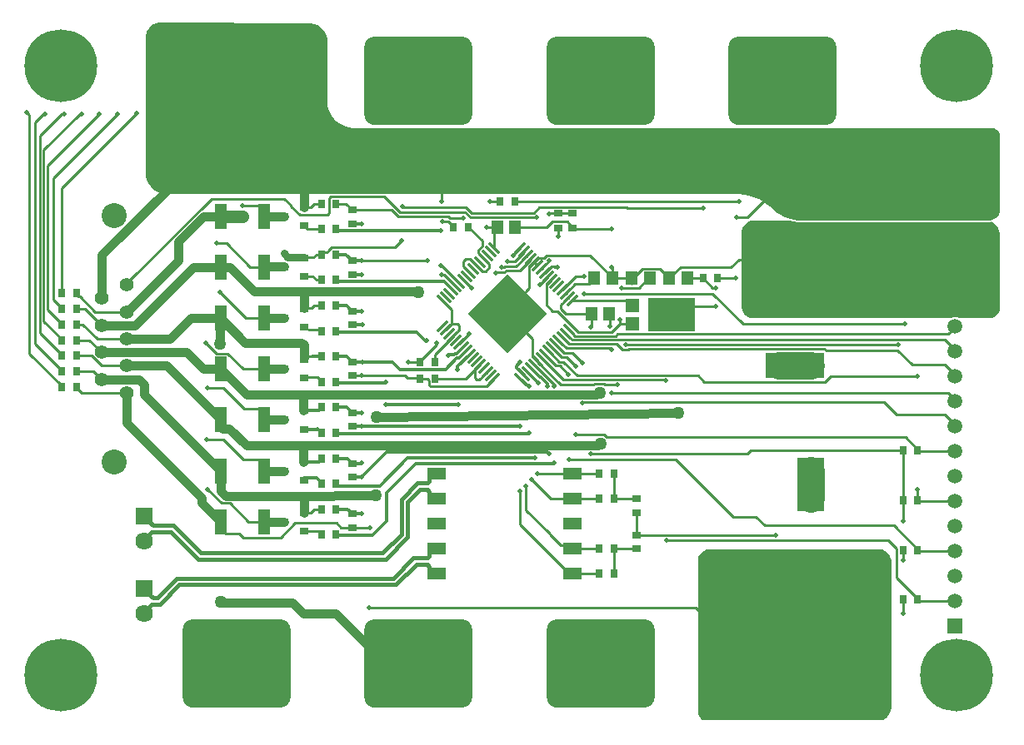
<source format=gtl>
G04*
G04 #@! TF.GenerationSoftware,Altium Limited,Altium Designer,20.0.11 (256)*
G04*
G04 Layer_Physical_Order=1*
G04 Layer_Color=255*
%FSLAX25Y25*%
%MOIN*%
G70*
G01*
G75*
%ADD10C,0.01000*%
%ADD17R,0.55118X0.27559*%
%ADD18R,0.07441X0.05000*%
%ADD19R,0.02756X0.03543*%
%ADD20R,0.03543X0.03150*%
%ADD21R,0.11024X0.10236*%
%ADD22R,0.04724X0.05512*%
%ADD23R,0.10236X0.11024*%
%ADD24R,0.03543X0.03150*%
G04:AMPARAMS|DCode=25|XSize=10.63mil|YSize=57.53mil|CornerRadius=0mil|HoleSize=0mil|Usage=FLASHONLY|Rotation=225.000|XOffset=0mil|YOffset=0mil|HoleType=Round|Shape=Rectangle|*
%AMROTATEDRECTD25*
4,1,4,-0.01658,0.02410,0.02410,-0.01658,0.01658,-0.02410,-0.02410,0.01658,-0.01658,0.02410,0.0*
%
%ADD25ROTATEDRECTD25*%

G04:AMPARAMS|DCode=26|XSize=10.63mil|YSize=57.53mil|CornerRadius=0mil|HoleSize=0mil|Usage=FLASHONLY|Rotation=135.000|XOffset=0mil|YOffset=0mil|HoleType=Round|Shape=Rectangle|*
%AMROTATEDRECTD26*
4,1,4,0.02410,0.01658,-0.01658,-0.02410,-0.02410,-0.01658,0.01658,0.02410,0.02410,0.01658,0.0*
%
%ADD26ROTATEDRECTD26*%

%ADD28R,0.03543X0.02756*%
%ADD29R,0.05472X0.05512*%
%ADD30R,0.19134X0.13228*%
%ADD31R,0.04724X0.10236*%
%ADD40P,0.31959X4X360.0*%
%ADD54C,0.03500*%
%ADD55C,0.01200*%
%ADD56C,0.01500*%
%ADD57C,0.03000*%
%ADD58C,0.03563*%
%ADD59C,0.05000*%
%ADD60C,0.11000*%
%ADD61C,0.29134*%
%ADD62C,0.05906*%
%ADD63R,0.05906X0.05906*%
%ADD64C,0.10000*%
%ADD65C,0.05500*%
%ADD66C,0.07047*%
%ADD67R,0.07047X0.07047*%
G04:AMPARAMS|DCode=68|XSize=354.33mil|YSize=433.07mil|CornerRadius=44.29mil|HoleSize=0mil|Usage=FLASHONLY|Rotation=270.000|XOffset=0mil|YOffset=0mil|HoleType=Round|Shape=RoundedRectangle|*
%AMROUNDEDRECTD68*
21,1,0.35433,0.34449,0,0,270.0*
21,1,0.26575,0.43307,0,0,270.0*
1,1,0.08858,-0.17224,-0.13287*
1,1,0.08858,-0.17224,0.13287*
1,1,0.08858,0.17224,0.13287*
1,1,0.08858,0.17224,-0.13287*
%
%ADD68ROUNDEDRECTD68*%
%ADD69C,0.01987*%
%ADD70C,0.05000*%
G36*
X39698Y261223D02*
X99253Y261112D01*
X99253Y261112D01*
X99253Y261112D01*
X99968Y261111D01*
X101371Y260830D01*
X102691Y260280D01*
X103880Y259484D01*
X104891Y258472D01*
X105684Y257282D01*
X106231Y255960D01*
X106510Y254557D01*
X106510Y253842D01*
X106510Y230090D01*
X106533Y229373D01*
X106721Y227952D01*
X107092Y226567D01*
X107640Y225242D01*
X108357Y224000D01*
X109230Y222863D01*
X110244Y221849D01*
X111381Y220976D01*
X112623Y220259D01*
X113948Y219711D01*
X115333Y219339D01*
X116754Y219152D01*
X117471Y219129D01*
X372321Y219129D01*
X372321Y219129D01*
X372321Y219129D01*
X372322D01*
X372784Y219103D01*
X373312Y218998D01*
X373931Y218742D01*
X374488Y218370D01*
X374961Y217897D01*
X375333Y217340D01*
X375589Y216721D01*
X375720Y216065D01*
X375720Y215730D01*
X375720Y186550D01*
X375720Y186550D01*
X375720Y186120D01*
X375552Y185276D01*
X375223Y184481D01*
X374745Y183766D01*
X374136Y183157D01*
X373421Y182679D01*
X372626Y182350D01*
X371782Y182182D01*
X371352Y182182D01*
X295487Y182182D01*
X294762D01*
X293318Y182325D01*
X291895Y182608D01*
X290506Y183029D01*
X289165Y183584D01*
X287886Y184268D01*
X286679Y185074D01*
X285557Y185995D01*
X285044Y186508D01*
X285044Y186508D01*
X284304Y187213D01*
X282724Y188510D01*
X281024Y189645D01*
X279221Y190609D01*
X277333Y191391D01*
X275377Y191985D01*
X273372Y192383D01*
X271338Y192584D01*
X270315Y192609D01*
X130043Y192609D01*
X129806Y192767D01*
X129377Y192852D01*
X129377Y192852D01*
X108051D01*
X107622Y192767D01*
X107385Y192609D01*
X42361Y192609D01*
X42361Y192609D01*
X41549Y192609D01*
X39957Y192926D01*
X38457Y193547D01*
X37108Y194449D01*
X35960Y195597D01*
X35058Y196946D01*
X34437Y198446D01*
X34120Y200038D01*
X34120Y200850D01*
X34120Y255184D01*
X34120Y255655D01*
X34120Y255655D01*
X34120Y255655D01*
X34120Y255655D01*
X34120Y256204D01*
X34334Y257281D01*
X34755Y258295D01*
X35366Y259208D01*
X36143Y259984D01*
X37056Y260593D01*
X38072Y261011D01*
X39149Y261224D01*
X39698Y261223D01*
D02*
G37*
G36*
X277390Y182182D02*
X291060Y182182D01*
X291706Y181986D01*
X291740Y181990D01*
X291768Y181971D01*
X293191Y181688D01*
X293224Y181694D01*
X293254Y181678D01*
X294698Y181536D01*
X294731Y181546D01*
X294762Y181533D01*
X295487D01*
X371352Y181533D01*
X371782Y181533D01*
X371844Y181558D01*
X371909Y181545D01*
X372347Y181632D01*
X372631Y181515D01*
X373592Y180874D01*
X374411Y180057D01*
X375055Y179097D01*
X375499Y178030D01*
X375726Y176896D01*
X375728Y176318D01*
X375792Y147398D01*
X375792Y147398D01*
X375793Y146965D01*
X375626Y146115D01*
X375296Y145315D01*
X374816Y144594D01*
X374205Y143981D01*
X373485Y143500D01*
X372685Y143168D01*
X371836Y142999D01*
X371403Y142999D01*
X359278D01*
X358695Y143240D01*
X357768Y143362D01*
X356840Y143240D01*
X356258Y142999D01*
X277114Y142999D01*
Y142999D01*
X276654Y142999D01*
X275751Y143178D01*
X274900Y143531D01*
X274134Y144042D01*
X273483Y144693D01*
X272972Y145459D01*
X272620Y146310D01*
X272440Y147213D01*
Y147673D01*
X272440Y177232D01*
X272440D01*
X272440Y177232D01*
X272440Y177720D01*
X272630Y178676D01*
X273003Y179577D01*
X273545Y180388D01*
X274234Y181077D01*
X275045Y181619D01*
X275946Y181992D01*
X276902Y182182D01*
X277390Y182182D01*
D02*
G37*
G36*
X328630Y50228D02*
X329547Y49849D01*
X330373Y49297D01*
X331075Y48595D01*
X331626Y47770D01*
X332006Y46853D01*
X332200Y45879D01*
X332200Y45383D01*
X332200Y-12420D01*
X332200Y-12420D01*
Y-13058D01*
X331951Y-14310D01*
X331463Y-15488D01*
X330754Y-16549D01*
X329852Y-17452D01*
X328903Y-18085D01*
X256997Y-18085D01*
X256619Y-17833D01*
X255955Y-17168D01*
X255433Y-16387D01*
X255073Y-15519D01*
X254890Y-14597D01*
X254890Y-14128D01*
X254890Y45606D01*
X254890Y45606D01*
X254890Y45606D01*
X254890Y46080D01*
X255075Y47008D01*
X255437Y47882D01*
X255963Y48669D01*
X256632Y49339D01*
X257419Y49865D01*
X258293Y50227D01*
X259222Y50412D01*
X259695Y50412D01*
X327160Y50422D01*
X327160Y50422D01*
X327160Y50422D01*
X327656Y50422D01*
X328630Y50228D01*
D02*
G37*
D10*
X221374Y50633D02*
X230480D01*
X221368Y50639D02*
X221374Y50633D01*
X334397Y39051D02*
X342780Y30668D01*
X334397Y39051D02*
Y50702D01*
X331053Y54046D02*
X334397Y50702D01*
X336862Y45941D02*
Y50087D01*
X336874Y50099D01*
X336850Y45929D02*
X336862Y45941D01*
X286085Y56145D02*
X286090Y56140D01*
X242361Y54046D02*
X331053D01*
X230480Y56145D02*
X286085D01*
X241586Y118372D02*
X242050Y117909D01*
Y117879D02*
Y117909D01*
X200890Y118372D02*
X241586D01*
X254958Y119972D02*
X257398Y117532D01*
X206671Y119972D02*
X254958D01*
X201141Y125502D02*
X206671Y119972D01*
X354977Y113069D02*
X358268Y109779D01*
X208790Y109162D02*
X208960Y109333D01*
X220223Y113069D02*
X354977D01*
X329467Y109333D02*
X334390Y104409D01*
X208960Y109333D02*
X329467D01*
X257398Y117532D02*
X305686D01*
X217241Y116772D02*
X217735Y116279D01*
X213639Y116772D02*
X217241D01*
X213145Y116279D02*
X213639Y116772D01*
X217735Y116279D02*
X222667D01*
X209504Y152789D02*
X260813D01*
X272942Y140660D02*
X337820D01*
X260813Y152789D02*
X272942Y140660D01*
X209377Y159579D02*
X209420Y159622D01*
X200533Y154248D02*
X200578D01*
X202487Y156158D02*
X202488D01*
X205909Y159579D01*
X209377D01*
X200578Y154248D02*
X202487Y156158D01*
X209460Y152832D02*
X209504Y152789D01*
X355057Y136568D02*
X358268Y139779D01*
X222831Y136568D02*
X355057D01*
X167441Y118372D02*
X170606Y121537D01*
X166430Y118372D02*
X167441D01*
X167823Y124277D02*
Y124321D01*
X165705Y122159D02*
X167823Y124277D01*
X165705Y119098D02*
Y122159D01*
Y119098D02*
X166430Y118372D01*
X149670Y118632D02*
X162134D01*
X167823Y124321D01*
X147192Y116405D02*
X147836Y115761D01*
X170353D01*
X147192Y116405D02*
Y118047D01*
X146606Y118632D02*
X147192Y118047D01*
X170353Y115761D02*
X173346Y118753D01*
X143764Y118632D02*
X146606D01*
X173346Y118753D02*
X173390D01*
X152511Y150072D02*
X156367Y146216D01*
Y140660D02*
Y146216D01*
X153903Y138241D02*
X153948D01*
X156367Y140660D01*
X158829D02*
X159471Y140019D01*
X156367Y140660D02*
X158829D01*
X156687Y135457D02*
Y135457D01*
X159471Y138241D01*
Y140019D01*
Y132673D02*
Y132701D01*
X163320Y136550D01*
Y136579D01*
X150360Y132785D02*
X150390Y132815D01*
Y133029D01*
X143764Y125452D02*
Y125846D01*
X150360Y132442D01*
Y132785D01*
X149670Y125452D02*
Y128440D01*
X156687Y135457D01*
X143718Y125499D02*
X143764Y125452D01*
X139090Y125499D02*
X143718D01*
X143518Y118879D02*
X143764Y118632D01*
X138800Y118879D02*
X143518D01*
X120416Y119916D02*
X137763D01*
X138800Y118879D01*
X116540Y119936D02*
X116560Y119916D01*
X120416D01*
X63994Y58693D02*
Y61449D01*
Y58693D02*
X65856Y56831D01*
X71238D01*
X72980Y55089D01*
X87900D01*
X93717Y60905D01*
X110238D01*
X112107Y59036D01*
X116540D02*
X123524D01*
X123650Y59162D01*
X221368Y50639D02*
X221368Y50639D01*
X221368Y40639D02*
Y50639D01*
X230310Y56315D02*
Y65099D01*
Y56315D02*
X230480Y56145D01*
X221308Y70782D02*
X230138D01*
X230310Y70611D01*
X221338Y80609D02*
X221368Y80639D01*
X221338Y70812D02*
Y80609D01*
X221308Y70782D02*
X221338Y70812D01*
X204651Y80639D02*
X204651Y80639D01*
X204586Y80574D02*
X204651Y80639D01*
X204651Y80639D02*
X215462D01*
X204651Y70639D02*
X204795Y70782D01*
X204623Y70611D02*
X204651Y70639D01*
X204795Y70782D02*
X215402D01*
X204651Y50639D02*
X215462D01*
X204651Y50639D02*
X204651Y50639D01*
Y40639D02*
X215462D01*
X204651Y40639D02*
X204651Y40639D01*
X183825Y60245D02*
X203431Y40639D01*
X183825Y60245D02*
Y73694D01*
X196022Y56145D02*
X196022D01*
X203140Y52150D02*
X204651Y50639D01*
X196022Y56145D02*
X200017Y52150D01*
X203140D01*
X195260Y56907D02*
X196022Y56145D01*
X186005Y66162D02*
Y75874D01*
X195260Y56907D02*
Y56907D01*
X186005Y66162D02*
X195260Y56907D01*
X203431Y40639D02*
X204651D01*
X196022Y70611D02*
X204623D01*
X188382Y78251D02*
X196022Y70611D01*
X190705Y80574D02*
X204586D01*
X183785Y170951D02*
X183830D01*
X180990Y168156D02*
X183785Y170951D01*
X180990Y168029D02*
Y168156D01*
X185222Y169300D02*
Y169559D01*
X181551Y165629D02*
X185222Y169300D01*
X178580Y165793D02*
X178744Y165629D01*
X181551D01*
X188006Y166421D02*
Y166776D01*
X183684Y162099D02*
X188006Y166421D01*
X178322Y162099D02*
X183684D01*
X177468Y161245D02*
X178322Y162099D01*
X174206Y161245D02*
X177468D01*
X174110Y161149D02*
X174206Y161245D01*
X182146Y163699D02*
X186614Y168167D01*
X177659Y163699D02*
X182146D01*
X177488Y163528D02*
X177659Y163699D01*
X176469Y163528D02*
X177488D01*
X176280Y163339D02*
X176469Y163528D01*
X178610Y146115D02*
X187418Y154923D01*
X189398Y165339D02*
Y165384D01*
X187418Y163359D02*
X189398Y165339D01*
X187418Y154923D02*
Y163359D01*
X178610Y144852D02*
Y146115D01*
X220513Y159296D02*
Y163369D01*
Y158902D02*
Y159296D01*
X189398Y165384D02*
X191056Y167042D01*
X194226Y168026D02*
X211783D01*
X220513Y159296D01*
X198391Y163479D02*
X198580Y163290D01*
X197586Y163479D02*
X198391D01*
X197226Y163839D02*
X197586Y163479D01*
X191056Y167042D02*
X193242D01*
X194226Y168026D01*
X245952Y86478D02*
X269070Y63360D01*
X203361Y86478D02*
X245952D01*
X190789Y125512D02*
X200023Y116279D01*
X192181Y127081D02*
X200890Y118372D01*
X200023Y116279D02*
X213145D01*
X198593Y145748D02*
X204709Y139633D01*
X196826Y145748D02*
X198593D01*
X202070Y144692D02*
X212347D01*
X200100Y146662D02*
X202070Y144692D01*
X196357Y158379D02*
Y158424D01*
X194239Y156261D02*
X196357Y158379D01*
X194239Y148335D02*
Y156261D01*
Y148335D02*
X196826Y145748D01*
X191540Y156382D02*
X194965Y159808D01*
X270220Y183359D02*
X274754D01*
X289169Y197774D01*
X262836Y158902D02*
X270118D01*
X108051Y191731D02*
X129377D01*
X107465Y185210D02*
Y191145D01*
X108051Y191731D01*
X129377D02*
X135643Y185465D01*
X104257Y168462D02*
Y168570D01*
X105135Y169448D01*
X106542D02*
X107127Y170034D01*
Y170132D02*
X108329Y171334D01*
X105135Y169448D02*
X106542D01*
X107127Y170034D02*
Y170132D01*
X102295Y168462D02*
X104257D01*
X108329Y171334D02*
X133745D01*
X136430Y174019D01*
X134980Y183865D02*
X154867D01*
X161784Y185465D02*
X163980Y183269D01*
X116540Y186348D02*
X132497D01*
X135643Y185465D02*
X161784D01*
X154867Y183865D02*
X155740Y182992D01*
X132497Y186348D02*
X134980Y183865D01*
X136510Y187559D02*
X136539Y187529D01*
X161983D02*
X164302Y185210D01*
X136539Y187529D02*
X161983D01*
X164302Y185210D02*
X189180D01*
X155740Y182992D02*
X161102D01*
X163980Y183269D02*
X190200D01*
X226476Y187493D02*
X226760Y187209D01*
X256880D01*
X191463Y187493D02*
X226476D01*
X189180Y185210D02*
X191463Y187493D01*
X181563Y189869D02*
X271180D01*
X336874Y24821D02*
Y30274D01*
Y61652D02*
Y70099D01*
X333371Y59902D02*
X342780Y50493D01*
X336874Y70099D02*
Y90099D01*
X336817Y90156D02*
X336874Y90099D01*
X276097Y90156D02*
X336817D01*
X342780Y90099D02*
Y90493D01*
X337874Y95399D02*
X342780Y90493D01*
X218415Y95399D02*
X337874D01*
X342780Y70099D02*
Y74538D01*
X307902Y119749D02*
X342780D01*
X353621Y134426D02*
X358268Y129779D01*
X225273Y134426D02*
X353621D01*
X353637Y124409D02*
X358268Y119779D01*
X340505Y124409D02*
X353637D01*
Y104409D02*
X358268Y99779D01*
X342780Y30274D02*
Y30668D01*
Y50099D02*
Y50493D01*
X281621Y59902D02*
X333371D01*
X343275Y29779D02*
X358268D01*
X343100Y89779D02*
X358268D01*
X342780Y90099D02*
X343100Y89779D01*
Y69779D02*
X358268D01*
X342780Y70099D02*
X343100Y69779D01*
Y49779D02*
X358268D01*
X342780Y50099D02*
X343100Y49779D01*
X342780Y30274D02*
X343275Y29779D01*
X152360Y189799D02*
Y195789D01*
X152130Y196019D02*
X152360Y195789D01*
X157137Y179332D02*
Y179726D01*
X156259Y180604D02*
X157137Y179726D01*
X155866Y180604D02*
X156259D01*
X154882Y181588D02*
X155866Y180604D01*
X152511Y181588D02*
X154882D01*
X26291Y156970D02*
X60188Y190867D01*
X89502D02*
X92100Y188269D01*
X60188Y190867D02*
X89502D01*
X81317Y183789D02*
Y186189D01*
X72750Y188052D02*
X79455D01*
X81317Y186189D01*
X92100Y187760D02*
Y188269D01*
X95605Y184255D02*
X106510D01*
X92100Y187760D02*
X95605Y184255D01*
X106510D02*
X107465Y185210D01*
X101363Y188859D02*
X104257D01*
X97233Y187529D02*
X100033D01*
X101363Y188859D01*
X26291Y156294D02*
Y156970D01*
X75010Y61449D02*
X81317D01*
X58570Y74519D02*
X64187Y68902D01*
X67557D01*
X75010Y61449D01*
X81317Y81839D02*
Y84595D01*
X79455Y86457D02*
X81317Y84595D01*
X73070Y86457D02*
X79455D01*
X65003Y94525D02*
X73070Y86457D01*
X58351Y94525D02*
X65003D01*
X81317Y102229D02*
Y104985D01*
Y101789D02*
Y102229D01*
X79455Y106847D02*
X81317Y104985D01*
X73362Y106847D02*
X79455D01*
X65000Y115209D02*
X73362Y106847D01*
X58640Y115209D02*
X65000D01*
X73030Y122619D02*
X81317D01*
X62292Y128837D02*
X66812D01*
X58050Y133079D02*
X62292Y128837D01*
X66812D02*
X73030Y122619D01*
X73893Y143009D02*
X81317D01*
X63615Y153288D02*
X73893Y143009D01*
X75786Y163399D02*
X81317D01*
X66196Y172989D02*
X75786Y163399D01*
X62260Y172989D02*
X66196D01*
X-12580Y128846D02*
Y224269D01*
X-13530Y225219D02*
X-12580Y224269D01*
X344Y115528D02*
Y115922D01*
X-12580Y128846D02*
X344Y115922D01*
X-6840Y224799D02*
X-6350D01*
X-10180Y221459D02*
X-6840Y224799D01*
X344Y121755D02*
Y122149D01*
X-10180Y132673D02*
X344Y122149D01*
X-10180Y132673D02*
Y221459D01*
X363Y224780D02*
X1185D01*
X344Y224799D02*
X363Y224780D01*
X-8440Y137160D02*
Y216014D01*
X344Y224799D01*
X-6840Y141787D02*
X344Y134603D01*
X-6840Y210427D02*
X7522Y224789D01*
X-6840Y141787D02*
Y210427D01*
X344Y127982D02*
Y128376D01*
X-8440Y137160D02*
X344Y128376D01*
X8212Y224789D02*
X8222Y224799D01*
X7522Y224789D02*
X8212D01*
X-5210Y146384D02*
Y204149D01*
X15440Y224799D01*
X344Y134209D02*
Y134603D01*
X-5210Y146384D02*
X344Y140830D01*
X-2990Y150391D02*
Y199099D01*
Y150391D02*
X344Y147056D01*
Y146663D02*
Y147056D01*
Y140436D02*
Y140830D01*
X-2990Y199099D02*
X22700Y224789D01*
X344Y152890D02*
Y195103D01*
X30280Y225039D01*
X7128Y151618D02*
X7522D01*
X6250Y152496D02*
X7128Y151618D01*
X8763Y140436D02*
X14530Y134669D01*
X6250Y140436D02*
X8763D01*
X14530Y134669D02*
X26241D01*
X6250Y146663D02*
X9741D01*
X16291Y140113D01*
X6250Y152496D02*
Y152890D01*
X7522Y151618D02*
X13633Y145506D01*
X26291D01*
X26241Y134669D02*
X26291Y134719D01*
X11407Y134209D02*
X16291Y129325D01*
X6250Y134209D02*
X11407D01*
X6250Y127982D02*
X12189D01*
X16240Y123932D01*
X26291D01*
X6250Y121755D02*
X13073D01*
X16291Y118538D01*
X8240Y113144D02*
X26291D01*
X6250Y115135D02*
X8240Y113144D01*
X6250Y115135D02*
Y115528D01*
X114029Y188859D02*
X116540Y186348D01*
X171670Y189799D02*
X171740Y189869D01*
X175657D01*
X215845Y92877D02*
X216322Y93353D01*
X334390Y104409D02*
X353637D01*
X226140Y132332D02*
X334813D01*
X334854Y132292D01*
X225075Y134229D02*
X225273Y134426D01*
X305686Y117532D02*
X307902Y119749D01*
X97233Y167320D02*
X101153D01*
X97125Y71752D02*
X97233Y71645D01*
Y57709D02*
X103217D01*
X104257Y56669D01*
Y56275D02*
Y56669D01*
X101363Y66474D02*
X104257D01*
X97233Y65189D02*
X100078D01*
X101363Y66474D01*
X81317Y81839D02*
X81317Y81839D01*
X97233Y119421D02*
X102699D01*
X104257Y117862D01*
Y117468D02*
Y117862D01*
X97233Y126901D02*
X97998Y127667D01*
X100668D01*
X101363Y148064D02*
X104257D01*
X100409Y147110D02*
X101363Y148064D01*
X97233Y147110D02*
X100409D01*
X97085Y153552D02*
X97233Y153405D01*
X102406Y158263D02*
X104257D01*
X97233Y159840D02*
X100829D01*
X102406Y158263D01*
X81317Y163399D02*
X81497Y163580D01*
X101153Y167320D02*
X102295Y168462D01*
X112107Y59036D02*
X116540D01*
X99097Y138290D02*
X103833D01*
X104257Y137865D01*
X98671Y178661D02*
X104257D01*
X97282Y180049D02*
X98671Y178661D01*
X97085Y180049D02*
X97282D01*
X274174Y166432D02*
X274235Y166492D01*
X271180Y166432D02*
X274174D01*
X253982Y27172D02*
X257055Y24099D01*
X123370Y27172D02*
X253982D01*
X268010Y163262D02*
X271180Y166432D01*
X247839Y163262D02*
X268010D01*
X163141Y179332D02*
X168554Y173920D01*
X167097Y168893D02*
X169214Y166776D01*
X167097Y168893D02*
Y170281D01*
X171332Y163270D02*
Y164658D01*
X169214Y166776D02*
X171332Y164658D01*
X168548Y161874D02*
X169936D01*
X166430Y163992D02*
X168548Y161874D01*
X163560Y166862D02*
X166430Y163992D01*
X162100Y166862D02*
X163560D01*
X161072Y165834D02*
X162100Y166862D01*
X161072Y163782D02*
Y165834D01*
Y163782D02*
X163647Y161208D01*
X169936Y161874D02*
X171332Y163270D01*
X163043Y179332D02*
X163141D01*
X168554Y171738D02*
Y173920D01*
X167097Y170281D02*
X168554Y171738D01*
X212050Y88642D02*
X274583D01*
X217337Y96477D02*
X218415Y95399D01*
X214354Y96477D02*
X217337D01*
X214106Y96228D02*
X214354Y96477D01*
X206074Y96228D02*
X214106D01*
X204765Y179026D02*
X205190Y178602D01*
X220370D01*
Y163512D02*
X220513Y163369D01*
X206913Y137429D02*
X220407D01*
X219790Y139772D02*
Y144336D01*
X219610Y139592D02*
X219790Y139772D01*
X220407Y137429D02*
X223610Y140631D01*
Y140660D01*
X222091Y135829D02*
X222831Y136568D01*
X204545Y134229D02*
X225075D01*
X222245Y132629D02*
X224635Y130239D01*
X203361Y132629D02*
X222245D01*
X220350Y130312D02*
Y130661D01*
X219982Y131029D02*
X220350Y130661D01*
X219433Y144692D02*
X219790Y144336D01*
X190789Y125512D02*
Y125713D01*
X243479Y158902D02*
X247839Y163262D01*
X244260Y144282D02*
X247810Y147832D01*
X261930D01*
X260690Y155142D02*
X261930D01*
X256930Y158902D02*
X260690Y155142D01*
X198850Y175592D02*
Y179110D01*
X195500Y165918D02*
Y165932D01*
X202635Y181588D02*
X204765Y179457D01*
X196623Y181588D02*
X202635D01*
X195490Y184862D02*
X195643Y185015D01*
X178610Y144852D02*
X188672Y134791D01*
Y128307D02*
Y134791D01*
Y128307D02*
X190789Y126190D01*
Y125713D02*
Y126190D01*
X189398Y165384D02*
X190789Y163992D01*
X193573Y161208D02*
X196204Y163839D01*
X197226D01*
X192181Y162600D02*
X195500Y165918D01*
X195643Y185015D02*
X198850D01*
X204682D02*
X204765Y184932D01*
X198850Y185015D02*
X204682D01*
X204765Y179026D02*
Y179457D01*
X194288Y179252D02*
X196623Y181588D01*
X181833Y179252D02*
X194288D01*
X205860Y96442D02*
X206074Y96228D01*
X227501Y130732D02*
X305586D01*
X153356Y160362D02*
X158079Y155640D01*
X152360Y160362D02*
X153356D01*
X146520Y166202D02*
X146530Y166192D01*
X120300Y166202D02*
X146520D01*
X173390Y170951D02*
Y177896D01*
X174747Y179252D01*
X174657Y179342D02*
X174747Y179252D01*
X170190Y179342D02*
X174657D01*
X274583Y88642D02*
X276097Y90156D01*
X224635Y130239D02*
X227007D01*
X227501Y130732D01*
X205729Y135829D02*
X222091D01*
X202177Y131029D02*
X219982D01*
X203317Y138241D02*
X205729Y135829D01*
X204709Y139633D02*
X206913Y137429D01*
X306166Y130152D02*
X334763D01*
X305586Y130732D02*
X306166Y130152D01*
X256930Y158902D02*
X256930Y158902D01*
X250565Y158902D02*
X256930D01*
X239623Y162758D02*
X243479Y158902D01*
X232721Y162758D02*
X239623D01*
X228866Y158902D02*
X232721Y162758D01*
X228453Y158902D02*
X228866D01*
X223610Y140660D02*
X228583D01*
X235126Y158902D02*
X235539D01*
X231271Y155046D02*
X235126Y158902D01*
X224476Y155046D02*
X231271D01*
X224460Y155062D02*
X224476Y155046D01*
X223610Y140660D02*
Y142422D01*
X211277Y156752D02*
X213427Y158902D01*
X205821Y156752D02*
X211277D01*
X228493D02*
X228493Y156752D01*
X220513Y158902D02*
X228453D01*
X201925Y152856D02*
X205821Y156752D01*
X226415Y150072D02*
X228583Y147904D01*
X204709Y150072D02*
X226415D01*
X199141Y134065D02*
X202177Y131029D01*
X200533Y135457D02*
X203361Y132629D01*
X201925Y136849D02*
X204545Y134229D01*
X334763Y130152D02*
X340505Y124409D01*
X197749Y132673D02*
X201350Y129072D01*
X204770D01*
X208790Y125052D01*
X200100Y148247D02*
X203317Y151464D01*
X200100Y146662D02*
Y148247D01*
X212347Y140019D02*
Y144692D01*
X211850Y139522D02*
X212347Y140019D01*
X196357Y131281D02*
X200396Y127242D01*
X202380D01*
X205880Y123742D01*
X194965Y129889D02*
X199352Y125502D01*
X201141D01*
X199780Y123902D02*
X203140Y120542D01*
X193573Y128497D02*
X198168Y123902D01*
X199780D01*
X269070Y63360D02*
X278164D01*
X281621Y59902D01*
X300050Y81956D02*
X302503Y84409D01*
X192181Y127081D02*
Y127105D01*
X300040Y70782D02*
X300050Y70792D01*
X300000Y124132D02*
X300050Y124082D01*
X160863Y158424D02*
X160879D01*
X164240Y155062D01*
X194965Y159808D02*
Y159816D01*
X110163Y188859D02*
X114029D01*
D17*
X342520Y199602D02*
D03*
Y163386D02*
D03*
D18*
X204651Y40639D02*
D03*
Y50639D02*
D03*
Y60639D02*
D03*
Y70639D02*
D03*
Y80639D02*
D03*
X150360Y40639D02*
D03*
Y50639D02*
D03*
Y60639D02*
D03*
Y70639D02*
D03*
Y80639D02*
D03*
D19*
X344Y146663D02*
D03*
X6250D02*
D03*
X344Y152890D02*
D03*
X6250D02*
D03*
X344Y115528D02*
D03*
X6250D02*
D03*
X344Y121755D02*
D03*
X6250D02*
D03*
X344Y127982D02*
D03*
X6250D02*
D03*
X344Y140436D02*
D03*
X6250D02*
D03*
X344Y134209D02*
D03*
X6250D02*
D03*
X110163Y168462D02*
D03*
X104257D02*
D03*
X221368Y80639D02*
D03*
X215462D02*
D03*
X221308Y70782D02*
D03*
X215402D02*
D03*
X221368Y40639D02*
D03*
X215462D02*
D03*
X221368Y50639D02*
D03*
X215462D02*
D03*
X149670Y125452D02*
D03*
X143764D02*
D03*
X181563Y189869D02*
D03*
X175657D02*
D03*
X262836Y158902D02*
D03*
X256930D02*
D03*
X149670Y118632D02*
D03*
X143764D02*
D03*
X163043Y179332D02*
D03*
X157137D02*
D03*
X336874Y90099D02*
D03*
X342780D02*
D03*
X336874Y70099D02*
D03*
X342780D02*
D03*
X336874Y50099D02*
D03*
X342780D02*
D03*
X336874Y30274D02*
D03*
X342780D02*
D03*
X104257Y56275D02*
D03*
X110163D02*
D03*
X104257Y66474D02*
D03*
X110163D02*
D03*
X104257Y76673D02*
D03*
X110163D02*
D03*
X104257Y86872D02*
D03*
X110163D02*
D03*
X104257Y97070D02*
D03*
X110163D02*
D03*
X104257Y107269D02*
D03*
X110163D02*
D03*
X104257Y117468D02*
D03*
X110163D02*
D03*
X104257Y127667D02*
D03*
X110163D02*
D03*
X104257Y137865D02*
D03*
X110163D02*
D03*
X104257Y148064D02*
D03*
X110163D02*
D03*
X104257Y158263D02*
D03*
X110163D02*
D03*
X104257Y178661D02*
D03*
X110163D02*
D03*
X104257Y188859D02*
D03*
X110163D02*
D03*
D20*
X89359Y61449D02*
D03*
X97233Y65189D02*
D03*
Y57709D02*
D03*
Y118879D02*
D03*
Y126359D02*
D03*
X89359Y122619D02*
D03*
X97233Y139269D02*
D03*
Y146749D02*
D03*
X89359Y143009D02*
D03*
X97233Y78099D02*
D03*
Y85579D02*
D03*
X89359Y81839D02*
D03*
X97233Y98489D02*
D03*
Y105969D02*
D03*
X89359Y102229D02*
D03*
X97233Y159659D02*
D03*
Y167139D02*
D03*
X89359Y163399D02*
D03*
X97233Y180049D02*
D03*
Y187529D02*
D03*
X89359Y183789D02*
D03*
D21*
X300040Y70782D02*
D03*
Y28656D02*
D03*
X300050Y81956D02*
D03*
Y124082D02*
D03*
X287500Y124132D02*
D03*
Y166258D02*
D03*
D22*
X213427Y158902D02*
D03*
X220513D02*
D03*
X235539Y158902D02*
D03*
X228453D02*
D03*
X181833Y179252D02*
D03*
X174747D02*
D03*
X250565Y158902D02*
D03*
X243479D02*
D03*
X212347Y144692D02*
D03*
X219433D02*
D03*
D23*
X232461Y207972D02*
D03*
X190335D02*
D03*
X285746D02*
D03*
X243620D02*
D03*
X125890D02*
D03*
X83764D02*
D03*
X179175D02*
D03*
X137049D02*
D03*
D24*
X230310Y70611D02*
D03*
Y65099D02*
D03*
X230480Y50633D02*
D03*
Y56145D02*
D03*
X116540Y59036D02*
D03*
Y64548D02*
D03*
X116540Y79337D02*
D03*
Y84848D02*
D03*
Y99637D02*
D03*
Y105148D02*
D03*
Y119936D02*
D03*
Y125448D02*
D03*
Y140236D02*
D03*
Y145748D02*
D03*
Y160536D02*
D03*
Y166048D02*
D03*
Y180836D02*
D03*
Y186348D02*
D03*
D25*
X173390Y170951D02*
D03*
X171998Y169559D02*
D03*
X170606Y168167D02*
D03*
X169214Y166776D02*
D03*
X167823Y165384D02*
D03*
X166430Y163992D02*
D03*
X165039Y162600D02*
D03*
X163647Y161208D02*
D03*
X162255Y159816D02*
D03*
X160863Y158424D02*
D03*
X159471Y157032D02*
D03*
X158079Y155640D02*
D03*
X156687Y154248D02*
D03*
X155295Y152856D02*
D03*
X153903Y151464D02*
D03*
X152511Y150072D02*
D03*
X183830Y118753D02*
D03*
X185222Y120145D02*
D03*
X186614Y121537D02*
D03*
X188006Y122929D02*
D03*
X189398Y124321D02*
D03*
X190789Y125713D02*
D03*
X192181Y127105D02*
D03*
X193573Y128497D02*
D03*
X194965Y129889D02*
D03*
X196357Y131281D02*
D03*
X197749Y132673D02*
D03*
X199141Y134065D02*
D03*
X200533Y135457D02*
D03*
X201925Y136849D02*
D03*
X203317Y138241D02*
D03*
X204709Y139633D02*
D03*
D26*
X152511D02*
D03*
X153903Y138241D02*
D03*
X155295Y136849D02*
D03*
X156687Y135457D02*
D03*
X158079Y134065D02*
D03*
X159471Y132673D02*
D03*
X160863Y131281D02*
D03*
X162255Y129889D02*
D03*
X163647Y128497D02*
D03*
X165039Y127105D02*
D03*
X166430Y125713D02*
D03*
X167823Y124321D02*
D03*
X169214Y122929D02*
D03*
X170606Y121537D02*
D03*
X171998Y120145D02*
D03*
X173390Y118753D02*
D03*
X204709Y150072D02*
D03*
X203317Y151464D02*
D03*
X201925Y152856D02*
D03*
X200533Y154248D02*
D03*
X199141Y155640D02*
D03*
X197749Y157032D02*
D03*
X196357Y158424D02*
D03*
X194965Y159816D02*
D03*
X193573Y161208D02*
D03*
X192181Y162600D02*
D03*
X190789Y163992D02*
D03*
X189398Y165384D02*
D03*
X188006Y166776D02*
D03*
X186614Y168167D02*
D03*
X185222Y169559D02*
D03*
X183830Y170951D02*
D03*
D28*
X198850Y185015D02*
D03*
Y179110D02*
D03*
X204765Y184932D02*
D03*
Y179026D02*
D03*
D29*
X228583Y140660D02*
D03*
Y147904D02*
D03*
D30*
X244260Y144282D02*
D03*
D31*
X81317Y61449D02*
D03*
X63994D02*
D03*
X81317Y81839D02*
D03*
X63994D02*
D03*
X81317Y102229D02*
D03*
X63994D02*
D03*
X81317Y122619D02*
D03*
X63994D02*
D03*
X81317Y143009D02*
D03*
X63994D02*
D03*
X81317Y163399D02*
D03*
X63994D02*
D03*
X81317Y183789D02*
D03*
X63994D02*
D03*
D40*
X178610Y144852D02*
D03*
D54*
X215344Y113172D02*
X215750D01*
X214388Y112217D02*
X215344Y113172D01*
X210464Y112217D02*
X214388D01*
X109518Y72129D02*
X126020D01*
X109142Y71752D02*
X109518Y72129D01*
X100129Y71752D02*
X109142D01*
X97582Y92203D02*
X215171D01*
X97372Y91992D02*
X97582Y92203D01*
X215171D02*
X215845Y92877D01*
X97211Y187551D02*
Y196900D01*
X91095Y203016D02*
X97211Y196900D01*
Y187551D02*
X97233Y187529D01*
X16291Y168270D02*
X44850Y196829D01*
X16291Y150900D02*
Y168270D01*
X63808Y132785D02*
Y142823D01*
X63994Y143009D01*
X63621Y132599D02*
X63808Y132785D01*
X81497Y163580D02*
X89359D01*
X46937Y166153D02*
Y173586D01*
X57140Y183789D02*
X63994D01*
X46937Y173586D02*
X57140Y183789D01*
X26291Y145506D02*
X46937Y166153D01*
X16291Y140113D02*
X29656D01*
X52943Y163399D01*
X26291Y134719D02*
X26351Y134779D01*
X43800D01*
X52030Y143009D01*
X16291Y129325D02*
X50247D01*
X56953Y122619D01*
X33330Y112503D02*
Y116488D01*
X16291Y118538D02*
X31280D01*
X33330Y116488D01*
Y112503D02*
X63994Y81839D01*
X26291Y123932D02*
X26298Y123939D01*
X26291Y100962D02*
Y113144D01*
Y100962D02*
X56280Y70972D01*
X97085Y85543D02*
Y91706D01*
X26298Y123939D02*
X42284D01*
X63994Y73803D02*
X66044Y71752D01*
X63994Y73803D02*
Y81839D01*
X66044Y71752D02*
X97125D01*
X100129D01*
X97233Y65189D02*
Y71645D01*
X81317Y61449D02*
X89359D01*
X81317Y81839D02*
X89359D01*
X89325Y143042D02*
X89359Y143009D01*
X81317Y143009D02*
X81896D01*
X81929Y143042D01*
X89325D01*
X81317Y122619D02*
X81317Y122619D01*
X89359D01*
X97233Y126901D02*
Y132220D01*
X96250Y133202D02*
X97233Y132220D01*
X97085Y153552D02*
X142861D01*
X77490D02*
X97085D01*
X97233Y147110D02*
Y153405D01*
X142861Y153552D02*
X143125Y153288D01*
X207405Y112506D02*
X210175D01*
X210464Y112217D01*
X97246D02*
X207116D01*
X207405Y112506D01*
X97240Y112222D02*
X97246Y112217D01*
X81317Y102229D02*
X89359D01*
X97085Y105969D02*
Y112068D01*
X74231Y91992D02*
X97372D01*
X63994Y99473D02*
Y102229D01*
Y99473D02*
X64606Y98861D01*
X67362D01*
X74231Y91992D01*
X81317Y183789D02*
X89211D01*
X110062Y24842D02*
X143125Y-8221D01*
X96855Y24842D02*
X110062D01*
X92705Y28992D02*
X96855Y24842D01*
X64520Y28992D02*
X92705D01*
X64100Y29412D02*
X64520Y28992D01*
X73801Y133202D02*
X96250D01*
X56280Y69163D02*
X63994Y61449D01*
X56280Y69163D02*
Y70972D01*
X126440Y103442D02*
X126510Y103372D01*
X247135Y104952D01*
X42284Y123939D02*
X63994Y102229D01*
X74391Y112222D02*
X97240D01*
X63994Y122619D02*
X74391Y112222D01*
X56953Y122619D02*
X63994D01*
X52030Y143009D02*
X63994D01*
X52943Y163399D02*
X63994D01*
X63994Y143009D02*
X73801Y133202D01*
X67643Y163399D02*
X77490Y153552D01*
X63994Y163399D02*
X67643D01*
D55*
X182304Y123765D02*
X183825Y125286D01*
X185222Y120145D02*
Y120242D01*
X182304Y123160D02*
X185222Y120242D01*
X182304Y123160D02*
Y123765D01*
X183825Y125286D02*
Y125499D01*
X179990Y99594D02*
X183830D01*
X179947Y99637D02*
X179990Y99594D01*
X120286Y99637D02*
X179947D01*
X187023Y115560D02*
X187418D01*
X183830Y118753D02*
X187023Y115560D01*
X130247Y61840D02*
Y73154D01*
X110280Y56145D02*
X124552D01*
X130247Y61840D01*
Y73154D02*
X141959Y84865D01*
X110163Y56262D02*
Y56275D01*
Y56262D02*
X110280Y56145D01*
X197439Y84865D02*
X197460Y84886D01*
X141959Y84865D02*
X197439D01*
X187209Y96862D02*
X187418Y97070D01*
X110163Y96862D02*
X187209D01*
X197460Y115872D02*
Y115960D01*
X194650Y89253D02*
X195260Y88642D01*
X127570Y75829D02*
X138800Y87059D01*
X189710D01*
X110941Y75829D02*
X127570D01*
X110163Y76607D02*
X110941Y75829D01*
X110163Y76607D02*
Y76673D01*
X116540Y79337D02*
X120331D01*
X116540Y84848D02*
X120248D01*
X120286Y84886D01*
X130247Y89253D02*
X194650D01*
X120331Y79337D02*
X130247Y89253D01*
X197460Y115960D02*
X197650Y116150D01*
X189479Y124321D02*
X197650Y116150D01*
X89211Y183789D02*
X89408D01*
X97085Y85543D02*
X103322D01*
X116540Y145748D02*
X116544Y145752D01*
X120486Y145817D02*
X120550Y145752D01*
X114473Y148068D02*
X115368Y147173D01*
Y146723D02*
Y147173D01*
X116544Y145752D02*
X120422D01*
X110163Y148064D02*
X110167Y148068D01*
X116343Y145748D02*
X116540D01*
X115368Y146723D02*
X116343Y145748D01*
X110167Y148068D02*
X114473D01*
X120422Y145752D02*
X120486Y145817D01*
X159205Y129720D02*
X159301D01*
X158227Y128742D02*
X159205Y129720D01*
X154950Y128092D02*
X155101Y128243D01*
X159301Y129720D02*
X160863Y131281D01*
X157754Y128742D02*
X158227D01*
X157255Y128243D02*
X157754Y128742D01*
X155101Y128243D02*
X157255D01*
X158500Y126942D02*
X159308D01*
X162255Y129889D01*
X153930Y122372D02*
X158500Y126942D01*
X120510Y125382D02*
X120576Y125448D01*
X135582Y122372D02*
X153930D01*
X97437Y79029D02*
X102295D01*
X104257Y77067D01*
Y76673D02*
Y77067D01*
X100129Y71752D02*
X100180Y71702D01*
X97085Y112068D02*
X97240Y112222D01*
X97085Y91706D02*
X97372Y91992D01*
X110163Y66474D02*
X114614D01*
X116640Y64649D02*
X120284D01*
X114614Y66474D02*
X116540Y64548D01*
X116640Y64649D01*
X103322Y85543D02*
X104257Y86478D01*
Y86872D01*
X97957Y105969D02*
X103351D01*
X104257Y106876D01*
Y107269D01*
X102406Y98489D02*
X102622Y98706D01*
X97957Y98489D02*
X102406D01*
X100668Y127667D02*
X104257D01*
Y137865D02*
Y138259D01*
X114516Y86872D02*
X116540Y84848D01*
X110163Y86872D02*
X114516D01*
X146010Y133762D02*
X146180Y133932D01*
X120296Y180836D02*
X120300Y180832D01*
X110163Y117162D02*
X129798D01*
X158940Y108492D02*
Y108529D01*
X158796Y108348D02*
X158940Y108492D01*
X130104Y108348D02*
X158796D01*
X191659Y119276D02*
X191979D01*
X188006Y122929D02*
X191659Y119276D01*
X194634Y115648D02*
Y116621D01*
X186615Y121537D02*
X191070Y117082D01*
X191979Y119276D02*
X194634Y116621D01*
X189398Y124321D02*
X189479D01*
X110163Y137462D02*
X142311D01*
X146010Y133762D01*
X158810Y122272D02*
Y123660D01*
X163647Y128497D01*
X114126Y168462D02*
X116540Y166048D01*
X110163Y168462D02*
X114126D01*
X110163Y178062D02*
X152129D01*
X152370Y164132D02*
X159471Y157032D01*
X152169Y164132D02*
X152370D01*
X186614Y121537D02*
X186615D01*
X110163Y96862D02*
Y97070D01*
X129798Y117162D02*
X130104Y117468D01*
X110163Y117162D02*
Y117468D01*
Y137462D02*
Y137865D01*
Y157762D02*
X153173D01*
X156687Y154248D01*
X110163Y157762D02*
Y158263D01*
X116540Y99637D02*
X120286D01*
X120576Y125448D02*
X120594Y125467D01*
X116540Y105148D02*
X120416D01*
X120576Y125448D02*
X132506D01*
X116540D02*
X120576D01*
X116540Y140236D02*
X120594D01*
X116540Y160536D02*
X120486D01*
X110163Y178062D02*
Y178661D01*
X116540Y166048D02*
X116694Y166202D01*
X120300D01*
X116540Y180836D02*
X120296D01*
X132506Y125448D02*
X135582Y122372D01*
X114419Y107269D02*
X116540Y105148D01*
X110163Y107269D02*
X114419D01*
X102622Y98706D02*
X104257Y97070D01*
X114321Y127667D02*
X116540Y125448D01*
X110163Y127667D02*
X114321D01*
D56*
X54978Y46389D02*
X129855D01*
X138800Y55334D02*
Y69424D01*
X129855Y46389D02*
X138800Y55334D01*
X136300Y56370D02*
Y70460D01*
X56014Y48889D02*
X128819D01*
X136300Y56370D01*
X43938Y57429D02*
X54978Y46389D01*
X44973Y59929D02*
X56014Y48889D01*
X136300Y70460D02*
X142729Y76889D01*
X46436Y38799D02*
X132867D01*
X140957Y46889D02*
X146511D01*
X132867Y38799D02*
X140957Y46889D01*
X142194Y44389D02*
X146511D01*
X47472Y36299D02*
X134105D01*
X142194Y44389D01*
X38536Y30899D02*
X46436Y38799D01*
X39572Y28399D02*
X47472Y36299D01*
X147389Y72389D02*
Y73510D01*
Y72389D02*
X149139Y70639D01*
X143764Y74389D02*
X146511D01*
X147389Y73510D01*
X149139Y70639D02*
X150360D01*
X138800Y69424D02*
X143764Y74389D01*
X149139Y80639D02*
X150360D01*
X147389Y78889D02*
X149139Y80639D01*
X147389Y77768D02*
Y78889D01*
X146511Y76889D02*
X147389Y77768D01*
X142729Y76889D02*
X146511D01*
X36104Y60808D02*
X36982Y59929D01*
X36104Y60808D02*
Y60905D01*
X36503Y57429D02*
X43938D01*
X33330Y54256D02*
X36503Y57429D01*
X33330Y53679D02*
Y54256D01*
X36982Y59929D02*
X44973D01*
X33330Y63679D02*
X36104Y60905D01*
X149139Y50639D02*
X150360D01*
X147389Y48889D02*
X149139Y50639D01*
X147389Y47768D02*
Y48889D01*
X146511Y46889D02*
X147389Y47768D01*
X146511Y44389D02*
X147389Y43510D01*
Y42389D02*
Y43510D01*
X149139Y40639D02*
X150360D01*
X147389Y42389D02*
X149139Y40639D01*
X33330Y25226D02*
X36503Y28399D01*
X39572D01*
X36104Y31778D02*
Y31875D01*
X33330Y34649D02*
X36104Y31875D01*
Y31778D02*
X36982Y30899D01*
X38536D01*
X33330Y24649D02*
Y25226D01*
D57*
X90785Y167320D02*
X97233D01*
X89211Y168893D02*
X90785Y167320D01*
D58*
X81317Y101789D02*
X81898Y101208D01*
D59*
X64061Y183722D02*
X72750D01*
D60*
X300050Y70792D02*
Y81956D01*
X287500Y124132D02*
X300000D01*
D61*
X358268Y244094D02*
D03*
Y0D02*
D03*
X0D02*
D03*
Y244094D02*
D03*
D62*
X357768Y69779D02*
D03*
Y79779D02*
D03*
Y89779D02*
D03*
Y59779D02*
D03*
Y49779D02*
D03*
Y39779D02*
D03*
Y29779D02*
D03*
Y119779D02*
D03*
Y129779D02*
D03*
Y139779D02*
D03*
Y109779D02*
D03*
Y99779D02*
D03*
D63*
Y19779D02*
D03*
D64*
X21260Y183919D02*
D03*
Y85519D02*
D03*
D65*
X26291Y156294D02*
D03*
X16291Y150900D02*
D03*
X26291Y145506D02*
D03*
X16291Y140113D02*
D03*
X26291Y134719D02*
D03*
X16291Y129325D02*
D03*
X26291Y123932D02*
D03*
X16291Y118538D02*
D03*
X26291Y113144D02*
D03*
D66*
X33330Y53679D02*
D03*
Y24649D02*
D03*
D67*
Y63679D02*
D03*
Y34649D02*
D03*
D68*
X288565Y4559D02*
D03*
Y238000D02*
D03*
X215845Y4559D02*
D03*
Y238000D02*
D03*
X143125Y4559D02*
D03*
Y238000D02*
D03*
X70405Y4559D02*
D03*
Y238000D02*
D03*
D69*
X328827Y145359D02*
D03*
X326268Y48115D02*
D03*
X328827Y42997D02*
D03*
X326268Y37879D02*
D03*
X328827Y32761D02*
D03*
X326268Y27643D02*
D03*
X328827Y22524D02*
D03*
X326268Y17406D02*
D03*
X328827Y12288D02*
D03*
X326268Y7170D02*
D03*
X328827Y2052D02*
D03*
X326268Y-3066D02*
D03*
X328827Y-8184D02*
D03*
X326268Y-13302D02*
D03*
X323709Y145359D02*
D03*
X321150Y48115D02*
D03*
X323709Y42997D02*
D03*
X321150Y37879D02*
D03*
X323709Y32761D02*
D03*
Y22524D02*
D03*
X321150Y17406D02*
D03*
X323709Y12288D02*
D03*
X321150Y7170D02*
D03*
X323709Y2052D02*
D03*
X321150Y-3066D02*
D03*
X323709Y-8184D02*
D03*
X321150Y-13302D02*
D03*
X318591Y145359D02*
D03*
X316032Y48115D02*
D03*
X318591Y42997D02*
D03*
X316032Y37879D02*
D03*
X318591Y32761D02*
D03*
X316032Y27643D02*
D03*
X318591Y22524D02*
D03*
X316032Y17406D02*
D03*
X318591Y12288D02*
D03*
X316032Y7170D02*
D03*
X318591Y2052D02*
D03*
X316032Y-3066D02*
D03*
X318591Y-8184D02*
D03*
X316032Y-13302D02*
D03*
X310914Y170950D02*
D03*
Y160713D02*
D03*
Y150477D02*
D03*
X313473Y145359D02*
D03*
X310914Y48115D02*
D03*
X313473Y42997D02*
D03*
X310914Y37879D02*
D03*
X313473Y32761D02*
D03*
X310914Y27643D02*
D03*
X313473Y22524D02*
D03*
Y12288D02*
D03*
Y2052D02*
D03*
Y-8184D02*
D03*
X308355Y176068D02*
D03*
X305796Y170950D02*
D03*
X308355Y165832D02*
D03*
X305796Y160713D02*
D03*
X308355Y155595D02*
D03*
X305796Y150477D02*
D03*
X308355Y145359D02*
D03*
X305796Y48115D02*
D03*
X308355Y42997D02*
D03*
X305796Y37879D02*
D03*
X308355Y32761D02*
D03*
X303237Y176068D02*
D03*
X300677Y170950D02*
D03*
X303237Y165832D02*
D03*
X300677Y160713D02*
D03*
X303237Y155595D02*
D03*
X300677Y150477D02*
D03*
X303237Y145359D02*
D03*
X300677Y48115D02*
D03*
X303237Y42997D02*
D03*
X300677Y37879D02*
D03*
X298118Y176068D02*
D03*
X295559Y170950D02*
D03*
X298118Y165832D02*
D03*
X295559Y160713D02*
D03*
X298118Y155595D02*
D03*
X295559Y150477D02*
D03*
X298118Y145359D02*
D03*
X295559Y48115D02*
D03*
X298118Y42997D02*
D03*
X295559Y37879D02*
D03*
X293000Y176068D02*
D03*
Y155595D02*
D03*
X290441Y150477D02*
D03*
X293000Y145359D02*
D03*
X290441Y48115D02*
D03*
X293000Y42997D02*
D03*
X290441Y37879D02*
D03*
X293000Y32761D02*
D03*
X290441Y27643D02*
D03*
X287882Y176068D02*
D03*
Y155595D02*
D03*
X285323Y150477D02*
D03*
X287882Y145359D02*
D03*
X285323Y48115D02*
D03*
X287882Y42997D02*
D03*
X285323Y37879D02*
D03*
X287882Y32761D02*
D03*
X285323Y27643D02*
D03*
X282764Y176068D02*
D03*
X280205Y170950D02*
D03*
Y160713D02*
D03*
X282764Y155595D02*
D03*
X280205Y150477D02*
D03*
X282764Y145359D02*
D03*
X280205Y48115D02*
D03*
X282764Y42997D02*
D03*
X280205Y37879D02*
D03*
X282764Y32761D02*
D03*
X280205Y27643D02*
D03*
X277646Y176068D02*
D03*
X275087Y170950D02*
D03*
X277646Y165832D02*
D03*
X275087Y160713D02*
D03*
X277646Y155595D02*
D03*
X275087Y150477D02*
D03*
X277646Y145359D02*
D03*
X275087Y48115D02*
D03*
X277646Y42997D02*
D03*
X275087Y37879D02*
D03*
X277646Y32761D02*
D03*
X275087Y27643D02*
D03*
X269969Y48115D02*
D03*
X272528Y42997D02*
D03*
X269969Y37879D02*
D03*
X272528Y32761D02*
D03*
X269969Y27643D02*
D03*
X264851Y48115D02*
D03*
X267410Y42997D02*
D03*
X264851Y37879D02*
D03*
Y27643D02*
D03*
X267410Y22524D02*
D03*
X264851Y17406D02*
D03*
Y7170D02*
D03*
Y-3066D02*
D03*
Y-13302D02*
D03*
X259733Y48115D02*
D03*
X262292Y42997D02*
D03*
X259733Y37879D02*
D03*
X262292Y32761D02*
D03*
X259733Y27643D02*
D03*
X262292Y22524D02*
D03*
X259733Y17406D02*
D03*
X262292Y12288D02*
D03*
X259733Y7170D02*
D03*
X262292Y2052D02*
D03*
X259733Y-3066D02*
D03*
X262292Y-8184D02*
D03*
X259733Y-13302D02*
D03*
X336850Y45929D02*
D03*
X286090Y56140D02*
D03*
X242361Y54046D02*
D03*
X242050Y117879D02*
D03*
X222667Y116279D02*
D03*
X337820Y140660D02*
D03*
X183825Y125499D02*
D03*
X183830Y99594D02*
D03*
X187418Y115560D02*
D03*
X163320Y136579D02*
D03*
X150390Y133029D02*
D03*
X139090Y125499D02*
D03*
X123650Y59162D02*
D03*
X197460Y84886D02*
D03*
X190705Y80574D02*
D03*
X188382Y78251D02*
D03*
X183825Y73694D02*
D03*
X186005Y75874D02*
D03*
X178580Y165793D02*
D03*
X180990Y168029D02*
D03*
X176280Y163339D02*
D03*
X174110Y161149D02*
D03*
X187418Y97070D02*
D03*
X198580Y163290D02*
D03*
X203361Y86478D02*
D03*
X197460Y115872D02*
D03*
X195260Y88642D02*
D03*
X120284Y79337D02*
D03*
X120286Y84886D02*
D03*
X189710Y87059D02*
D03*
X191540Y156382D02*
D03*
X270220Y183359D02*
D03*
X270118Y158902D02*
D03*
X136430Y174019D02*
D03*
X136510Y187559D02*
D03*
X161102Y182992D02*
D03*
X256880Y187209D02*
D03*
X271180Y189869D02*
D03*
X313511Y198195D02*
D03*
X336874Y24821D02*
D03*
Y61652D02*
D03*
X342780Y74538D02*
D03*
Y119749D02*
D03*
X152360Y189799D02*
D03*
X152511Y181588D02*
D03*
X72750Y188052D02*
D03*
X58570Y74519D02*
D03*
X58351Y94525D02*
D03*
X58640Y115209D02*
D03*
X58050Y133079D02*
D03*
X63615Y153288D02*
D03*
X62260Y172989D02*
D03*
X-13530Y225219D02*
D03*
X-6350Y224799D02*
D03*
X1185Y224780D02*
D03*
X8222Y224799D02*
D03*
X15440D02*
D03*
X22700Y224789D02*
D03*
X30280Y225039D02*
D03*
X171670Y189799D02*
D03*
X190200Y183269D02*
D03*
X334854Y132292D02*
D03*
X267311Y32864D02*
D03*
X89211Y168893D02*
D03*
X120284Y64649D02*
D03*
X274235Y166492D02*
D03*
X320390Y26702D02*
D03*
X123370Y27172D02*
D03*
X212050Y88642D02*
D03*
X220370Y178602D02*
D03*
Y163512D02*
D03*
X219610Y139592D02*
D03*
X220350Y130312D02*
D03*
X261930Y147832D02*
D03*
Y155142D02*
D03*
X146180Y133932D02*
D03*
X198850Y175592D02*
D03*
X195500Y165932D02*
D03*
X195490Y184862D02*
D03*
X152360Y160362D02*
D03*
X146530Y166192D02*
D03*
X120300Y180832D02*
D03*
X170190Y179342D02*
D03*
X158940Y108529D02*
D03*
X130104Y108348D02*
D03*
X209420Y159622D02*
D03*
X209460Y152832D02*
D03*
X226140Y132332D02*
D03*
X224460Y155062D02*
D03*
X223610Y142422D02*
D03*
X220223Y113069D02*
D03*
X208790Y109162D02*
D03*
Y125052D02*
D03*
X211850Y139522D02*
D03*
X194634Y115648D02*
D03*
X191070Y117082D02*
D03*
X205880Y123742D02*
D03*
X205860Y96442D02*
D03*
X203140Y120542D02*
D03*
X158810Y122272D02*
D03*
X152169Y164132D02*
D03*
X152129Y178062D02*
D03*
X164240Y155062D02*
D03*
X130104Y117468D02*
D03*
X154950Y128092D02*
D03*
X120286Y99637D02*
D03*
X120416Y119916D02*
D03*
X120594Y125467D02*
D03*
X120416Y105148D02*
D03*
X120594Y140236D02*
D03*
X120486Y145817D02*
D03*
Y160536D02*
D03*
X120300Y166202D02*
D03*
D70*
X215750Y113172D02*
D03*
X126020Y72129D02*
D03*
X63621Y132599D02*
D03*
X72750Y183722D02*
D03*
X215845Y92877D02*
D03*
X126440Y103442D02*
D03*
X247135Y104952D02*
D03*
X143125Y153288D02*
D03*
X64100Y29412D02*
D03*
M02*

</source>
